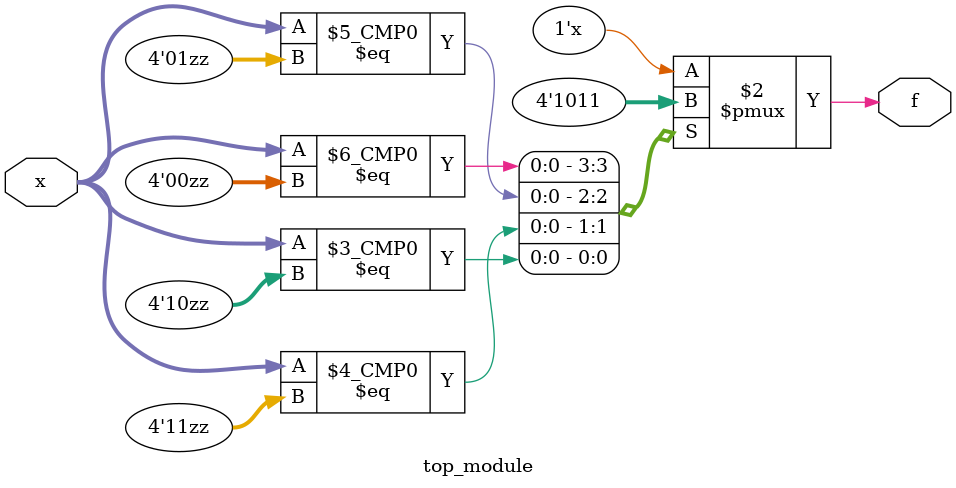
<source format=sv>
module top_module (
	input [4:1] x,
	output logic f
);
    always_comb begin
        case(x)
            4'b00?? : f = 1; // Case when x[3:2] = 00
            4'b01?? : f = 0; // Case when x[3:2] = 01
            4'b11?? : f = 1; // Case when x[3:2] = 11
            4'b10?? : f = 1; // Case when x[3:2] = 10
            default : f = 0; // All other cases
        endcase
    end
endmodule

</source>
